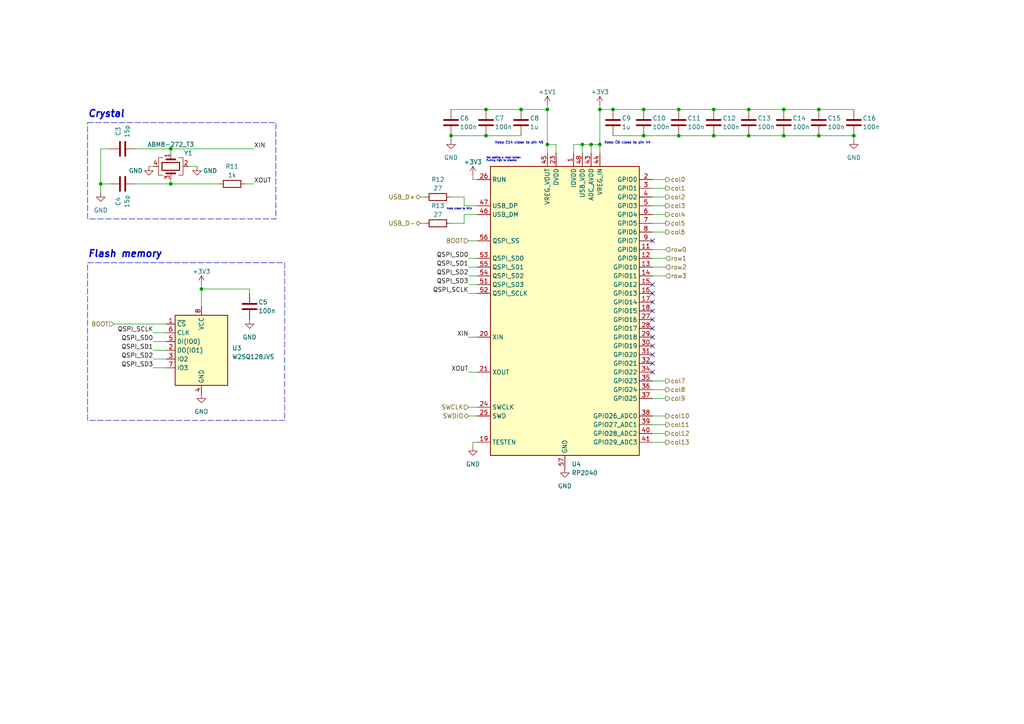
<source format=kicad_sch>
(kicad_sch (version 20230121) (generator eeschema)
  (paper "A4")
  (lib_symbols
    (symbol "Device:C" (pin_numbers hide) (pin_names (offset 0.254))
      (property "Reference" "C" (at 0.635 2.54 0))
      (property "Value" "C" (at 0.635 -2.54 0))
      (symbol "C_0_1"
        (polyline (pts (xy -2.032 -0.762) (xy 2.032 -0.762)) (stroke (width 0.508)))
        (polyline (pts (xy -2.032 0.762) (xy 2.032 0.762)) (stroke (width 0.508)))
      )
      (symbol "C_1_1"
        (pin passive line (at 0 3.81 270) (length 2.794) (name "~") (number "1"))
        (pin passive line (at 0 -3.81 90) (length 2.794) (name "~") (number "2"))
      )
    )
    (symbol "Device:Crystal_GND24" (pin_names (offset 1.016) hide)
      (property "Reference" "Y" (at 3.175 5.08 0))
      (property "Value" "Crystal_GND24" (at 3.175 3.175 0))
      (symbol "Crystal_GND24_0_1"
        (rectangle (start -1.143 2.54) (end 1.143 -2.54) (stroke (width 0.3048)))
        (polyline (pts (xy -2.54 0) (xy -2.032 0)))
        (polyline (pts (xy -2.032 -1.27) (xy -2.032 1.27)) (stroke (width 0.508)))
        (polyline (pts (xy 0 -3.81) (xy 0 -3.556)))
        (polyline (pts (xy 0 3.556) (xy 0 3.81)))
        (polyline (pts (xy 2.032 -1.27) (xy 2.032 1.27)) (stroke (width 0.508)))
        (polyline (pts (xy 2.032 0) (xy 2.54 0)))
        (polyline (pts (xy -2.54 -2.286) (xy -2.54 -3.556) (xy 2.54 -3.556) (xy 2.54 -2.286)))
        (polyline (pts (xy -2.54 2.286) (xy -2.54 3.556) (xy 2.54 3.556) (xy 2.54 2.286)))
      )
      (symbol "Crystal_GND24_1_1"
        (pin passive line (at -3.81 0 0) (length 1.27) (name "1") (number "1"))
        (pin passive line (at 0 5.08 270) (length 1.27) (name "2") (number "2"))
        (pin passive line (at 3.81 0 180) (length 1.27) (name "3") (number "3"))
        (pin passive line (at 0 -5.08 90) (length 1.27) (name "4") (number "4"))
      )
    )
    (symbol "Device:R" (pin_numbers hide) (pin_names (offset 0))
      (property "Reference" "R" (at 2.032 0 90))
      (property "Value" "R" (at 0 0 90))
      (symbol "R_0_1"
        (rectangle (start -1.016 -2.54) (end 1.016 2.54) (stroke (width 0.254)))
      )
      (symbol "R_1_1"
        (pin passive line (at 0 3.81 270) (length 1.27) (name "~") (number "1"))
        (pin passive line (at 0 -3.81 90) (length 1.27) (name "~") (number "2"))
      )
    )
    (symbol "MCU_RaspberryPi:RP2040"
      (property "Reference" "U" (at 17.78 45.72 0))
      (property "Value" "RP2040" (at 17.78 43.18 0))
      (symbol "RP2040_0_1"
        (rectangle (start -21.59 41.91) (end 21.59 -41.91) (stroke (width 0.254)) (fill (type background)))
      )
      (symbol "RP2040_1_1"
        (pin power_in line (at 2.54 45.72 270) (length 3.81) (name "IOVDD") (number "1"))
        (pin passive line (at 2.54 45.72 270) (length 3.81) hide (name "IOVDD") (number "10"))
        (pin bidirectional line (at 25.4 17.78 180) (length 3.81) (name "GPIO8") (number "11"))
        (pin bidirectional line (at 25.4 15.24 180) (length 3.81) (name "GPIO9") (number "12"))
        (pin bidirectional line (at 25.4 12.7 180) (length 3.81) (name "GPIO10") (number "13"))
        (pin bidirectional line (at 25.4 10.16 180) (length 3.81) (name "GPIO11") (number "14"))
        (pin bidirectional line (at 25.4 7.62 180) (length 3.81) (name "GPIO12") (number "15"))
        (pin bidirectional line (at 25.4 5.08 180) (length 3.81) (name "GPIO13") (number "16"))
        (pin bidirectional line (at 25.4 2.54 180) (length 3.81) (name "GPIO14") (number "17"))
        (pin bidirectional line (at 25.4 0 180) (length 3.81) (name "GPIO15") (number "18"))
        (pin input line (at -25.4 -38.1 0) (length 3.81) (name "TESTEN") (number "19"))
        (pin bidirectional line (at 25.4 38.1 180) (length 3.81) (name "GPIO0") (number "2"))
        (pin input line (at -25.4 -7.62 0) (length 3.81) (name "XIN") (number "20"))
        (pin passive line (at -25.4 -17.78 0) (length 3.81) (name "XOUT") (number "21"))
        (pin passive line (at 2.54 45.72 270) (length 3.81) hide (name "IOVDD") (number "22"))
        (pin power_in line (at -2.54 45.72 270) (length 3.81) (name "DVDD") (number "23"))
        (pin input line (at -25.4 -27.94 0) (length 3.81) (name "SWCLK") (number "24"))
        (pin bidirectional line (at -25.4 -30.48 0) (length 3.81) (name "SWD") (number "25"))
        (pin input line (at -25.4 38.1 0) (length 3.81) (name "RUN") (number "26"))
        (pin bidirectional line (at 25.4 -2.54 180) (length 3.81) (name "GPIO16") (number "27"))
        (pin bidirectional line (at 25.4 -5.08 180) (length 3.81) (name "GPIO17") (number "28"))
        (pin bidirectional line (at 25.4 -7.62 180) (length 3.81) (name "GPIO18") (number "29"))
        (pin bidirectional line (at 25.4 35.56 180) (length 3.81) (name "GPIO1") (number "3"))
        (pin bidirectional line (at 25.4 -10.16 180) (length 3.81) (name "GPIO19") (number "30"))
        (pin bidirectional line (at 25.4 -12.7 180) (length 3.81) (name "GPIO20") (number "31"))
        (pin bidirectional line (at 25.4 -15.24 180) (length 3.81) (name "GPIO21") (number "32"))
        (pin passive line (at 2.54 45.72 270) (length 3.81) hide (name "IOVDD") (number "33"))
        (pin bidirectional line (at 25.4 -17.78 180) (length 3.81) (name "GPIO22") (number "34"))
        (pin bidirectional line (at 25.4 -20.32 180) (length 3.81) (name "GPIO23") (number "35"))
        (pin bidirectional line (at 25.4 -22.86 180) (length 3.81) (name "GPIO24") (number "36"))
        (pin bidirectional line (at 25.4 -25.4 180) (length 3.81) (name "GPIO25") (number "37"))
        (pin bidirectional line (at 25.4 -30.48 180) (length 3.81) (name "GPIO26_ADC0") (number "38"))
        (pin bidirectional line (at 25.4 -33.02 180) (length 3.81) (name "GPIO27_ADC1") (number "39"))
        (pin bidirectional line (at 25.4 33.02 180) (length 3.81) (name "GPIO2") (number "4"))
        (pin bidirectional line (at 25.4 -35.56 180) (length 3.81) (name "GPIO28_ADC2") (number "40"))
        (pin bidirectional line (at 25.4 -38.1 180) (length 3.81) (name "GPIO29_ADC3") (number "41"))
        (pin passive line (at 2.54 45.72 270) (length 3.81) hide (name "IOVDD") (number "42"))
        (pin power_in line (at 7.62 45.72 270) (length 3.81) (name "ADC_AVDD") (number "43"))
        (pin power_in line (at 10.16 45.72 270) (length 3.81) (name "VREG_IN") (number "44"))
        (pin power_out line (at -5.08 45.72 270) (length 3.81) (name "VREG_VOUT") (number "45"))
        (pin bidirectional line (at -25.4 27.94 0) (length 3.81) (name "USB_DM") (number "46"))
        (pin bidirectional line (at -25.4 30.48 0) (length 3.81) (name "USB_DP") (number "47"))
        (pin power_in line (at 5.08 45.72 270) (length 3.81) (name "USB_VDD") (number "48"))
        (pin passive line (at 2.54 45.72 270) (length 3.81) hide (name "IOVDD") (number "49"))
        (pin bidirectional line (at 25.4 30.48 180) (length 3.81) (name "GPIO3") (number "5"))
        (pin passive line (at -2.54 45.72 270) (length 3.81) hide (name "DVDD") (number "50"))
        (pin bidirectional line (at -25.4 7.62 0) (length 3.81) (name "QSPI_SD3") (number "51"))
        (pin output line (at -25.4 5.08 0) (length 3.81) (name "QSPI_SCLK") (number "52"))
        (pin bidirectional line (at -25.4 15.24 0) (length 3.81) (name "QSPI_SD0") (number "53"))
        (pin bidirectional line (at -25.4 10.16 0) (length 3.81) (name "QSPI_SD2") (number "54"))
        (pin bidirectional line (at -25.4 12.7 0) (length 3.81) (name "QSPI_SD1") (number "55"))
        (pin bidirectional line (at -25.4 20.32 0) (length 3.81) (name "QSPI_SS") (number "56"))
        (pin power_in line (at 0 -45.72 90) (length 3.81) (name "GND") (number "57"))
        (pin bidirectional line (at 25.4 27.94 180) (length 3.81) (name "GPIO4") (number "6"))
        (pin bidirectional line (at 25.4 25.4 180) (length 3.81) (name "GPIO5") (number "7"))
        (pin bidirectional line (at 25.4 22.86 180) (length 3.81) (name "GPIO6") (number "8"))
        (pin bidirectional line (at 25.4 20.32 180) (length 3.81) (name "GPIO7") (number "9"))
      )
    )
    (symbol "Memory_Flash:W25Q128JVS"
      (property "Reference" "U" (at -8.89 8.89 0))
      (property "Value" "W25Q128JVS" (at 7.62 8.89 0))
      (symbol "W25Q128JVS_0_1"
        (rectangle (start -7.62 10.16) (end 7.62 -10.16) (stroke (width 0.254)) (fill (type background)))
      )
      (symbol "W25Q128JVS_1_1"
        (pin input line (at -10.16 7.62 0) (length 2.54) (name "~{CS}") (number "1"))
        (pin bidirectional line (at -10.16 0 0) (length 2.54) (name "DO(IO1)") (number "2"))
        (pin bidirectional line (at -10.16 -2.54 0) (length 2.54) (name "IO2") (number "3"))
        (pin power_in line (at 0 -12.7 90) (length 2.54) (name "GND") (number "4"))
        (pin bidirectional line (at -10.16 2.54 0) (length 2.54) (name "DI(IO0)") (number "5"))
        (pin input line (at -10.16 5.08 0) (length 2.54) (name "CLK") (number "6"))
        (pin bidirectional line (at -10.16 -5.08 0) (length 2.54) (name "IO3") (number "7"))
        (pin power_in line (at 0 12.7 270) (length 2.54) (name "VCC") (number "8"))
      )
    )
    (symbol "power:+1V1" (power) (pin_names (offset 0))
      (property "Value" "+1V1" (at 0 3.556 0))
      (symbol "+1V1_0_1"
        (polyline (pts (xy -0.762 1.27) (xy 0 2.54)))
        (polyline (pts (xy 0 0) (xy 0 2.54)))
        (polyline (pts (xy 0 2.54) (xy 0.762 1.27)))
      )
      (symbol "+1V1_1_1"
        (pin power_in line (at 0 0 90) (length 0) hide (name "+1V1") (number "1"))
      )
    )
    (symbol "power:+3V3" (power) (pin_names (offset 0))
      (property "Value" "+3V3" (at 0 3.556 0))
      (symbol "+3V3_0_1"
        (polyline (pts (xy -0.762 1.27) (xy 0 2.54)))
        (polyline (pts (xy 0 0) (xy 0 2.54)))
        (polyline (pts (xy 0 2.54) (xy 0.762 1.27)))
      )
      (symbol "+3V3_1_1"
        (pin power_in line (at 0 0 90) (length 0) hide (name "+3V3") (number "1"))
      )
    )
    (symbol "power:GND" (power) (pin_names (offset 0))
      (property "Value" "GND" (at 0 -3.81 0))
      (symbol "GND_0_1"
        (polyline (pts (xy 0 0) (xy 0 -1.27) (xy 1.27 -1.27) (xy 0 -2.54) (xy -1.27 -1.27) (xy 0 -1.27)))
      )
      (symbol "GND_1_1"
        (pin power_in line (at 0 0 270) (length 0) hide (name "GND") (number "1"))
      )
    )
  )
  (junction (at 227.33 31.75))
  (junction (at 173.99 41.91))
  (junction (at 140.97 31.75))
  (junction (at 173.99 31.75))
  (junction (at 247.65 39.37))
  (junction (at 168.91 41.91))
  (junction (at 237.49 31.75))
  (junction (at 158.75 41.91))
  (junction (at 207.01 39.37))
  (junction (at 196.85 39.37))
  (junction (at 177.8 31.75))
  (junction (at 217.17 31.75))
  (junction (at 29.21 53.34))
  (junction (at 130.81 39.37))
  (junction (at 207.01 31.75))
  (junction (at 171.45 41.91))
  (junction (at 49.53 43.18))
  (junction (at 49.53 53.34))
  (junction (at 186.69 31.75))
  (junction (at 151.13 31.75))
  (junction (at 217.17 39.37))
  (junction (at 196.85 31.75))
  (junction (at 237.49 39.37))
  (junction (at 58.42 83.82))
  (junction (at 140.97 39.37))
  (junction (at 158.75 31.75))
  (junction (at 186.69 39.37))
  (junction (at 227.33 39.37))
  (no_connect (at 189.23 102.87))
  (no_connect (at 189.23 87.63))
  (no_connect (at 189.23 92.71))
  (no_connect (at 189.23 82.55))
  (no_connect (at 189.23 69.85))
  (no_connect (at 189.23 100.33))
  (no_connect (at 189.23 97.79))
  (no_connect (at 189.23 85.09))
  (no_connect (at 189.23 90.17))
  (no_connect (at 189.23 105.41))
  (no_connect (at 189.23 107.95))
  (no_connect (at 189.23 95.25))
  (wire (pts (xy 189.23 113.03) (xy 193.04 113.03)))
  (wire (pts (xy 207.01 31.75) (xy 217.17 31.75)))
  (wire (pts (xy 58.42 82.55) (xy 58.42 83.82)))
  (wire (pts (xy 171.45 41.91) (xy 168.91 41.91)))
  (wire (pts (xy 72.39 83.82) (xy 72.39 85.09)))
  (wire (pts (xy 237.49 39.37) (xy 247.65 39.37)))
  (wire (pts (xy 189.23 120.65) (xy 193.04 120.65)))
  (wire (pts (xy 158.75 30.48) (xy 158.75 31.75)))
  (wire (pts (xy 49.53 44.45) (xy 49.53 43.18)))
  (wire (pts (xy 44.45 99.06) (xy 48.26 99.06)))
  (wire (pts (xy 29.21 43.18) (xy 31.75 43.18)))
  (wire (pts (xy 168.91 41.91) (xy 168.91 44.45)))
  (wire (pts (xy 137.16 128.27) (xy 138.43 128.27)))
  (wire (pts (xy 44.45 104.14) (xy 48.26 104.14)))
  (wire (pts (xy 54.61 48.26) (xy 57.15 48.26)))
  (wire (pts (xy 29.21 53.34) (xy 31.75 53.34)))
  (wire (pts (xy 135.89 97.79) (xy 138.43 97.79)))
  (wire (pts (xy 39.37 53.34) (xy 49.53 53.34)))
  (wire (pts (xy 135.89 118.11) (xy 138.43 118.11)))
  (wire (pts (xy 121.92 64.77) (xy 123.19 64.77)))
  (wire (pts (xy 237.49 31.75) (xy 247.65 31.75)))
  (wire (pts (xy 161.29 44.45) (xy 161.29 41.91)))
  (wire (pts (xy 227.33 31.75) (xy 237.49 31.75)))
  (wire (pts (xy 173.99 41.91) (xy 173.99 31.75)))
  (wire (pts (xy 196.85 39.37) (xy 207.01 39.37)))
  (wire (pts (xy 189.23 125.73) (xy 193.04 125.73)))
  (wire (pts (xy 135.89 82.55) (xy 138.43 82.55)))
  (wire (pts (xy 227.33 39.37) (xy 237.49 39.37)))
  (wire (pts (xy 49.53 53.34) (xy 49.53 52.07)))
  (wire (pts (xy 189.23 74.93) (xy 193.04 74.93)))
  (wire (pts (xy 137.16 52.07) (xy 138.43 52.07)))
  (wire (pts (xy 121.92 57.15) (xy 123.19 57.15)))
  (wire (pts (xy 189.23 72.39) (xy 193.04 72.39)))
  (wire (pts (xy 29.21 53.34) (xy 29.21 55.88)))
  (wire (pts (xy 130.81 57.15) (xy 134.62 57.15)))
  (wire (pts (xy 29.21 43.18) (xy 29.21 53.34)))
  (wire (pts (xy 135.89 85.09) (xy 138.43 85.09)))
  (wire (pts (xy 58.42 83.82) (xy 58.42 88.9)))
  (wire (pts (xy 189.23 80.01) (xy 193.04 80.01)))
  (wire (pts (xy 33.02 93.98) (xy 48.26 93.98)))
  (wire (pts (xy 135.89 74.93) (xy 138.43 74.93)))
  (wire (pts (xy 217.17 31.75) (xy 227.33 31.75)))
  (wire (pts (xy 135.89 107.95) (xy 138.43 107.95)))
  (wire (pts (xy 189.23 123.19) (xy 193.04 123.19)))
  (wire (pts (xy 58.42 83.82) (xy 72.39 83.82)))
  (wire (pts (xy 130.81 39.37) (xy 130.81 40.64)))
  (wire (pts (xy 186.69 31.75) (xy 196.85 31.75)))
  (wire (pts (xy 140.97 39.37) (xy 151.13 39.37)))
  (wire (pts (xy 189.23 57.15) (xy 193.04 57.15)))
  (wire (pts (xy 49.53 53.34) (xy 63.5 53.34)))
  (wire (pts (xy 44.45 96.52) (xy 48.26 96.52)))
  (wire (pts (xy 140.97 31.75) (xy 151.13 31.75)))
  (wire (pts (xy 135.89 80.01) (xy 138.43 80.01)))
  (wire (pts (xy 196.85 31.75) (xy 207.01 31.75)))
  (wire (pts (xy 217.17 39.37) (xy 227.33 39.37)))
  (wire (pts (xy 49.53 43.18) (xy 73.66 43.18)))
  (wire (pts (xy 135.89 120.65) (xy 138.43 120.65)))
  (wire (pts (xy 173.99 30.48) (xy 173.99 31.75)))
  (wire (pts (xy 130.81 39.37) (xy 140.97 39.37)))
  (wire (pts (xy 161.29 41.91) (xy 158.75 41.91)))
  (wire (pts (xy 137.16 129.54) (xy 137.16 128.27)))
  (wire (pts (xy 177.8 31.75) (xy 186.69 31.75)))
  (wire (pts (xy 135.89 77.47) (xy 138.43 77.47)))
  (wire (pts (xy 134.62 62.23) (xy 134.62 64.77)))
  (wire (pts (xy 134.62 59.69) (xy 134.62 57.15)))
  (wire (pts (xy 166.37 41.91) (xy 166.37 44.45)))
  (wire (pts (xy 44.45 101.6) (xy 48.26 101.6)))
  (wire (pts (xy 138.43 59.69) (xy 134.62 59.69)))
  (wire (pts (xy 189.23 52.07) (xy 193.04 52.07)))
  (wire (pts (xy 168.91 41.91) (xy 166.37 41.91)))
  (wire (pts (xy 189.23 128.27) (xy 193.04 128.27)))
  (wire (pts (xy 189.23 67.31) (xy 193.04 67.31)))
  (wire (pts (xy 71.12 53.34) (xy 73.66 53.34)))
  (wire (pts (xy 43.18 48.26) (xy 44.45 48.26)))
  (wire (pts (xy 138.43 62.23) (xy 134.62 62.23)))
  (wire (pts (xy 158.75 31.75) (xy 158.75 41.91)))
  (wire (pts (xy 189.23 64.77) (xy 193.04 64.77)))
  (wire (pts (xy 173.99 41.91) (xy 171.45 41.91)))
  (wire (pts (xy 247.65 39.37) (xy 247.65 40.64)))
  (wire (pts (xy 189.23 59.69) (xy 193.04 59.69)))
  (wire (pts (xy 186.69 39.37) (xy 196.85 39.37)))
  (wire (pts (xy 130.81 31.75) (xy 140.97 31.75)))
  (wire (pts (xy 39.37 43.18) (xy 49.53 43.18)))
  (wire (pts (xy 189.23 62.23) (xy 193.04 62.23)))
  (wire (pts (xy 171.45 41.91) (xy 171.45 44.45)))
  (wire (pts (xy 135.89 69.85) (xy 138.43 69.85)))
  (wire (pts (xy 151.13 31.75) (xy 158.75 31.75)))
  (wire (pts (xy 173.99 44.45) (xy 173.99 41.91)))
  (wire (pts (xy 189.23 54.61) (xy 193.04 54.61)))
  (wire (pts (xy 207.01 39.37) (xy 217.17 39.37)))
  (wire (pts (xy 44.45 106.68) (xy 48.26 106.68)))
  (wire (pts (xy 130.81 64.77) (xy 134.62 64.77)))
  (wire (pts (xy 189.23 115.57) (xy 193.04 115.57)))
  (wire (pts (xy 177.8 39.37) (xy 186.69 39.37)))
  (wire (pts (xy 189.23 77.47) (xy 193.04 77.47)))
  (wire (pts (xy 158.75 41.91) (xy 158.75 44.45)))
  (wire (pts (xy 189.23 110.49) (xy 193.04 110.49)))
  (wire (pts (xy 137.16 50.8) (xy 137.16 52.07)))
  (wire (pts (xy 173.99 31.75) (xy 177.8 31.75)))
  (rectangle (start 25.4 35.56) (end 80.01 63.5) (stroke (width 0) (type dash)))
  (rectangle (start 25.4 76.2) (end 82.55 121.92) (stroke (width 0) (type dash)))
  (text "Keep close to MCU" (at 129.54 60.96 0) (effects (font (size 0.5 0.5)) (justify left bottom)))
  (text "Crystal" (at 25.4 34.29 0) (effects (font (size 2 2) (thickness 0.4) bold italic) (justify left bottom)))
  (text "Flash memory" (at 25.4 74.93 0) (effects (font (size 2 2) (thickness 0.4) bold italic) (justify left bottom)))
  (text "Not adding a reset button\nPulling high to disable" (at 140.97 46.99 0) (effects (font (size 0.5 0.5)) (justify left bottom)))
  (text "Keep C6 close to pin 44" (at 175.26 41.91 0) (effects (font (size 0.7 0.7)) (justify left bottom)))
  (text "Keep C14 close to pin 45" (at 143.51 41.91 0) (effects (font (size 0.7 0.7)) (justify left bottom)))
  (label "QSPI_SD0" (at 44.45 99.06 180))
  (label "XOUT" (at 73.66 53.34 0))
  (label "XIN" (at 135.89 97.79 180))
  (label "XIN" (at 73.66 43.18 0))
  (label "QSPI_SD2" (at 44.45 104.14 180))
  (label "QSPI_SD0" (at 135.89 74.93 180))
  (label "QSPI_SD3" (at 44.45 106.68 180))
  (label "QSPI_SD2" (at 135.89 80.01 180))
  (label "QSPI_SD1" (at 135.89 77.47 180))
  (label "QSPI_SCLK" (at 135.89 85.09 180))
  (label "XOUT" (at 135.89 107.95 180))
  (label "QSPI_SCLK" (at 44.45 96.52 180))
  (label "QSPI_SD3" (at 135.89 82.55 180))
  (label "QSPI_SD1" (at 44.45 101.6 180))
  (hierarchical_label "USB_D+" (shape bidirectional) (at 121.92 57.15 180))
  (hierarchical_label "col4" (shape output) (at 193.04 62.23 0))
  (hierarchical_label "col5" (shape output) (at 193.04 64.77 0))
  (hierarchical_label "BOOT" (shape input) (at 33.02 93.98 180))
  (hierarchical_label "col12" (shape output) (at 193.04 125.73 0))
  (hierarchical_label "SWDIO" (shape bidirectional) (at 135.89 120.65 180))
  (hierarchical_label "col11" (shape output) (at 193.04 123.19 0))
  (hierarchical_label "col2" (shape output) (at 193.04 57.15 0))
  (hierarchical_label "USB_D-" (shape bidirectional) (at 121.92 64.77 180))
  (hierarchical_label "col0" (shape output) (at 193.04 52.07 0))
  (hierarchical_label "SWCLK" (shape input) (at 135.89 118.11 180))
  (hierarchical_label "col8" (shape output) (at 193.04 113.03 0))
  (hierarchical_label "row0" (shape input) (at 193.04 72.39 0))
  (hierarchical_label "BOOT" (shape input) (at 135.89 69.85 180))
  (hierarchical_label "row1" (shape input) (at 193.04 74.93 0))
  (hierarchical_label "col1" (shape output) (at 193.04 54.61 0))
  (hierarchical_label "col6" (shape output) (at 193.04 67.31 0))
  (hierarchical_label "col13" (shape output) (at 193.04 128.27 0))
  (hierarchical_label "row3" (shape input) (at 193.04 80.01 0))
  (hierarchical_label "col7" (shape output) (at 193.04 110.49 0))
  (hierarchical_label "col10" (shape output) (at 193.04 120.65 0))
  (hierarchical_label "row2" (shape input) (at 193.04 77.47 0))
  (hierarchical_label "col9" (shape output) (at 193.04 115.57 0))
  (hierarchical_label "col3" (shape output) (at 193.04 59.69 0))
  (symbol (lib_id "power:GND") (at 29.21 55.88 0) (unit 1)
    (property "Reference" "#PWR05" (effects hide))
    (property "Value" "GND" (at 29.21 60.96 0))
  )
  (symbol (lib_id "Device:Crystal_GND24") (at 49.53 48.26 270) (unit 1)
    (property "Reference" "Y1" (at 54.61 44.45 90))
    (property "Value" "ABM8-272_T3" (at 49.53 41.91 90))
    (property "Footprint" "Crystal:Crystal_SMD_3225-4Pin_3.2x2.5mm_HandSoldering" (effects hide))
  )
  (symbol (lib_id "MCU_RaspberryPi:RP2040") (at 163.83 90.17 0) (unit 1)
    (property "Reference" "U4" (at 165.7859 134.62 0) (effects (justify left)))
    (property "Value" "RP2040" (at 165.7859 137.16 0) (effects (justify left)))
    (property "Footprint" "Package_DFN_QFN:QFN-56-1EP_7x7mm_P0.4mm_EP3.2x3.2mm" (effects hide))
    (property "Datasheet" "https://datasheets.raspberrypi.com/rp2040/rp2040-datasheet.pdf" (effects hide))
  )
  (symbol (lib_id "Device:C") (at 72.39 88.9 0) (unit 1)
    (property "Reference" "C5" (at 74.93 87.63 0) (effects (justify left)))
    (property "Value" "100n" (at 74.93 90.17 0) (effects (justify left)))
    (property "Footprint" "Capacitor_SMD:C_0603_1608Metric_Pad1.08x0.95mm_HandSolder" (effects hide))
  )
  (symbol (lib_id "Device:R") (at 127 64.77 90) (unit 1)
    (property "Reference" "R13" (at 127 59.69 90))
    (property "Value" "27" (at 127 62.23 90))
    (property "Footprint" "Resistor_SMD:R_0603_1608Metric_Pad0.98x0.95mm_HandSolder" (effects hide))
  )
  (symbol (lib_id "power:+1V1") (at 158.75 30.48 0) (unit 1)
    (property "Reference" "#PWR016" (effects hide))
    (property "Value" "+1V1" (at 158.75 26.67 0))
  )
  (symbol (lib_id "power:GND") (at 163.83 135.89 0) (unit 1)
    (property "Reference" "#PWR07" (effects hide))
    (property "Value" "GND" (at 163.83 140.97 0))
  )
  (symbol (lib_id "power:+3V3") (at 137.16 50.8 0) (unit 1)
    (property "Reference" "#PWR018" (effects hide))
    (property "Value" "+3V3" (at 137.16 46.99 0))
  )
  (symbol (lib_id "Device:C") (at 247.65 35.56 0) (unit 1)
    (property "Reference" "C16" (at 250.19 34.29 0) (effects (justify left)))
    (property "Value" "100n" (at 250.19 36.83 0) (effects (justify left)))
    (property "Footprint" "Capacitor_SMD:C_0603_1608Metric_Pad1.08x0.95mm_HandSolder" (effects hide))
  )
  (symbol (lib_id "Device:C") (at 217.17 35.56 0) (unit 1)
    (property "Reference" "C13" (at 219.71 34.29 0) (effects (justify left)))
    (property "Value" "100n" (at 219.71 36.83 0) (effects (justify left)))
    (property "Footprint" "Capacitor_SMD:C_0603_1608Metric_Pad1.08x0.95mm_HandSolder" (effects hide))
  )
  (symbol (lib_id "power:GND") (at 43.18 48.26 0) (unit 1)
    (property "Reference" "#PWR04" (effects hide))
    (property "Value" "GND" (at 39.37 49.53 0))
  )
  (symbol (lib_id "power:GND") (at 58.42 114.3 0) (unit 1)
    (property "Reference" "#PWR020" (effects hide))
    (property "Value" "GND" (at 58.42 119.38 0))
  )
  (symbol (lib_id "power:GND") (at 72.39 92.71 0) (unit 1)
    (property "Reference" "#PWR021" (effects hide))
    (property "Value" "GND" (at 72.39 97.79 0))
  )
  (symbol (lib_id "Device:C") (at 237.49 35.56 0) (unit 1)
    (property "Reference" "C15" (at 240.03 34.29 0) (effects (justify left)))
    (property "Value" "100n" (at 240.03 36.83 0) (effects (justify left)))
    (property "Footprint" "Capacitor_SMD:C_0603_1608Metric_Pad1.08x0.95mm_HandSolder" (effects hide))
  )
  (symbol (lib_id "Device:C") (at 227.33 35.56 0) (unit 1)
    (property "Reference" "C14" (at 229.87 34.29 0) (effects (justify left)))
    (property "Value" "100n" (at 229.87 36.83 0) (effects (justify left)))
    (property "Footprint" "Capacitor_SMD:C_0603_1608Metric_Pad1.08x0.95mm_HandSolder" (effects hide))
  )
  (symbol (lib_id "Device:C") (at 140.97 35.56 0) (unit 1)
    (property "Reference" "C7" (at 143.51 34.29 0) (effects (justify left)))
    (property "Value" "100n" (at 143.51 36.83 0) (effects (justify left)))
    (property "Footprint" "Capacitor_SMD:C_0603_1608Metric_Pad1.08x0.95mm_HandSolder" (effects hide))
  )
  (symbol (lib_id "Device:C") (at 151.13 35.56 0) (unit 1)
    (property "Reference" "C8" (at 153.67 34.29 0) (effects (justify left)))
    (property "Value" "1u" (at 153.67 36.83 0) (effects (justify left)))
    (property "Footprint" "Capacitor_SMD:C_0603_1608Metric_Pad1.08x0.95mm_HandSolder" (effects hide))
  )
  (symbol (lib_id "power:GND") (at 130.81 40.64 0) (unit 1)
    (property "Reference" "#PWR017" (effects hide))
    (property "Value" "GND" (at 130.81 45.72 0))
  )
  (symbol (lib_id "power:+3V3") (at 173.99 30.48 0) (unit 1)
    (property "Reference" "#PWR09" (effects hide))
    (property "Value" "+3V3" (at 173.99 26.67 0))
  )
  (symbol (lib_id "power:+3V3") (at 58.42 82.55 0) (unit 1)
    (property "Reference" "#PWR019" (effects hide))
    (property "Value" "+3V3" (at 58.42 78.74 0))
  )
  (symbol (lib_id "Device:R") (at 67.31 53.34 90) (unit 1)
    (property "Reference" "R11" (at 67.31 48.26 90))
    (property "Value" "1k" (at 67.31 50.8 90))
    (property "Footprint" "Resistor_SMD:R_0603_1608Metric_Pad0.98x0.95mm_HandSolder" (effects hide))
  )
  (symbol (lib_id "Memory_Flash:W25Q128JVS") (at 58.42 101.6 0) (unit 1)
    (property "Reference" "U3" (at 67.31 100.965 0) (effects (justify left)))
    (property "Value" "W25Q128JVS" (at 67.31 103.505 0) (effects (justify left)))
    (property "Footprint" "Package_SO:SOIC-8_5.23x5.23mm_P1.27mm" (effects hide))
    (property "Datasheet" "http://www.winbond.com/resource-files/w25q128jv_dtr%20revc%2003272018%20plus.pdf" (effects hide))
  )
  (symbol (lib_id "Device:C") (at 130.81 35.56 0) (unit 1)
    (property "Reference" "C6" (at 133.35 34.29 0) (effects (justify left)))
    (property "Value" "100n" (at 133.35 36.83 0) (effects (justify left)))
    (property "Footprint" "Capacitor_SMD:C_0603_1608Metric_Pad1.08x0.95mm_HandSolder" (effects hide))
  )
  (symbol (lib_id "Device:R") (at 127 57.15 90) (unit 1)
    (property "Reference" "R12" (at 127 52.07 90))
    (property "Value" "27" (at 127 54.61 90))
    (property "Footprint" "Resistor_SMD:R_0603_1608Metric_Pad0.98x0.95mm_HandSolder" (effects hide))
  )
  (symbol (lib_id "Device:C") (at 196.85 35.56 0) (unit 1)
    (property "Reference" "C11" (at 199.39 34.29 0) (effects (justify left)))
    (property "Value" "100n" (at 199.39 36.83 0) (effects (justify left)))
    (property "Footprint" "Capacitor_SMD:C_0603_1608Metric_Pad1.08x0.95mm_HandSolder" (effects hide))
  )
  (symbol (lib_id "power:GND") (at 137.16 129.54 0) (unit 1)
    (property "Reference" "#PWR08" (effects hide))
    (property "Value" "GND" (at 137.16 134.62 0))
  )
  (symbol (lib_id "Device:C") (at 186.69 35.56 0) (unit 1)
    (property "Reference" "C10" (at 189.23 34.29 0) (effects (justify left)))
    (property "Value" "100n" (at 189.23 36.83 0) (effects (justify left)))
    (property "Footprint" "Capacitor_SMD:C_0603_1608Metric_Pad1.08x0.95mm_HandSolder" (effects hide))
  )
  (symbol (lib_id "power:GND") (at 247.65 40.64 0) (unit 1)
    (property "Reference" "#PWR015" (effects hide))
    (property "Value" "GND" (at 247.65 45.72 0))
  )
  (symbol (lib_id "power:GND") (at 57.15 48.26 0) (unit 1)
    (property "Reference" "#PWR06" (effects hide))
    (property "Value" "GND" (at 60.96 49.53 0))
  )
  (symbol (lib_id "Device:C") (at 35.56 43.18 270) (unit 1)
    (property "Reference" "C3" (at 34.29 38.1 0))
    (property "Value" "15p" (at 36.83 38.1 0))
    (property "Footprint" "Capacitor_SMD:C_0805_2012Metric_Pad1.18x1.45mm_HandSolder" (effects hide))
  )
  (symbol (lib_id "Device:C") (at 35.56 53.34 90) (unit 1)
    (property "Reference" "C4" (at 34.29 58.42 0))
    (property "Value" "15p" (at 36.83 58.42 0))
    (property "Footprint" "Capacitor_SMD:C_0805_2012Metric_Pad1.18x1.45mm_HandSolder" (effects hide))
  )
  (symbol (lib_id "Device:C") (at 207.01 35.56 0) (unit 1)
    (property "Reference" "C12" (at 209.55 34.29 0) (effects (justify left)))
    (property "Value" "100n" (at 209.55 36.83 0) (effects (justify left)))
    (property "Footprint" "Capacitor_SMD:C_0603_1608Metric_Pad1.08x0.95mm_HandSolder" (effects hide))
  )
  (symbol (lib_id "Device:C") (at 177.8 35.56 0) (unit 1)
    (property "Reference" "C9" (at 180.34 34.29 0) (effects (justify left)))
    (property "Value" "1u" (at 180.34 36.83 0) (effects (justify left)))
    (property "Footprint" "Capacitor_SMD:C_0603_1608Metric_Pad1.08x0.95mm_HandSolder" (effects hide))
  )
)
</source>
